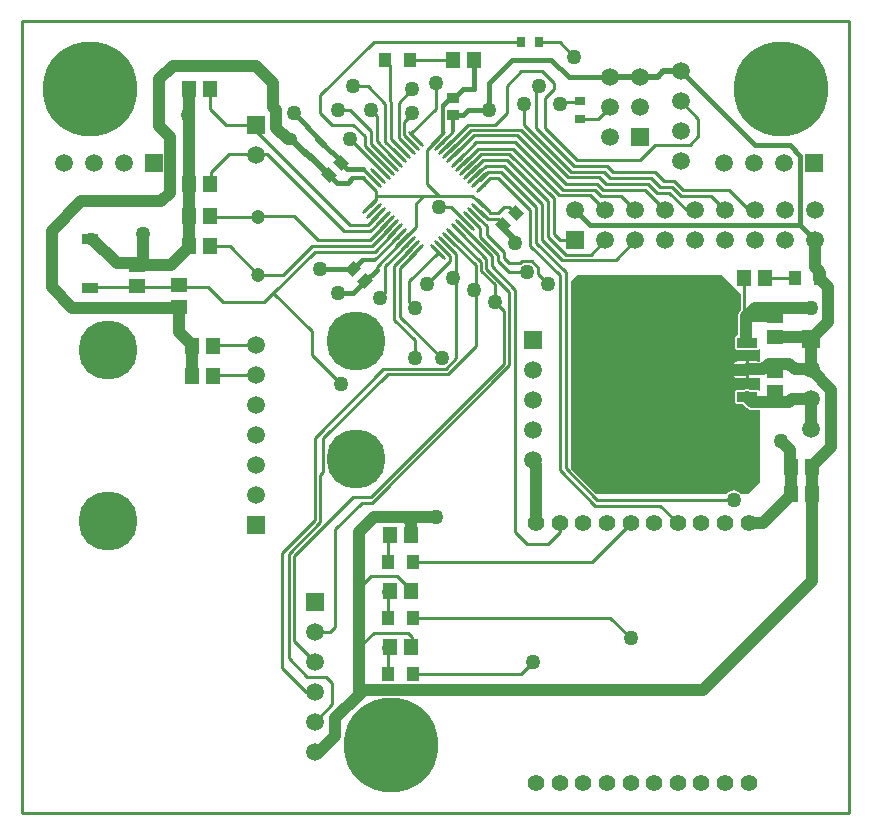
<source format=gtl>
G04*
G04 #@! TF.GenerationSoftware,Altium Limited,Altium Designer,19.1.8 (144)*
G04*
G04 Layer_Physical_Order=1*
G04 Layer_Color=255*
%FSLAX25Y25*%
%MOIN*%
G70*
G01*
G75*
%ADD13C,0.01000*%
%ADD14C,0.00394*%
%ADD15R,0.03543X0.02756*%
%ADD16R,0.02756X0.03543*%
G04:AMPARAMS|DCode=17|XSize=11.81mil|YSize=70.87mil|CornerRadius=0mil|HoleSize=0mil|Usage=FLASHONLY|Rotation=135.000|XOffset=0mil|YOffset=0mil|HoleType=Round|Shape=Round|*
%AMOVALD17*
21,1,0.05906,0.01181,0.00000,0.00000,225.0*
1,1,0.01181,0.02088,0.02088*
1,1,0.01181,-0.02088,-0.02088*
%
%ADD17OVALD17*%

G04:AMPARAMS|DCode=18|XSize=11.81mil|YSize=70.87mil|CornerRadius=0mil|HoleSize=0mil|Usage=FLASHONLY|Rotation=45.000|XOffset=0mil|YOffset=0mil|HoleType=Round|Shape=Round|*
%AMOVALD18*
21,1,0.05906,0.01181,0.00000,0.00000,135.0*
1,1,0.01181,0.02088,-0.02088*
1,1,0.01181,-0.02088,0.02088*
%
%ADD18OVALD18*%

%ADD19R,0.05512X0.03740*%
%ADD20R,0.04724X0.05512*%
G04:AMPARAMS|DCode=21|XSize=41.34mil|YSize=37.4mil|CornerRadius=0mil|HoleSize=0mil|Usage=FLASHONLY|Rotation=315.000|XOffset=0mil|YOffset=0mil|HoleType=Round|Shape=Rectangle|*
%AMROTATEDRECTD21*
4,1,4,-0.02784,0.00139,-0.00139,0.02784,0.02784,-0.00139,0.00139,-0.02784,-0.02784,0.00139,0.0*
%
%ADD21ROTATEDRECTD21*%

G04:AMPARAMS|DCode=22|XSize=41.34mil|YSize=21.65mil|CornerRadius=0mil|HoleSize=0mil|Usage=FLASHONLY|Rotation=315.000|XOffset=0mil|YOffset=0mil|HoleType=Round|Shape=Rectangle|*
%AMROTATEDRECTD22*
4,1,4,-0.02227,0.00696,-0.00696,0.02227,0.02227,-0.00696,0.00696,-0.02227,-0.02227,0.00696,0.0*
%
%ADD22ROTATEDRECTD22*%

G04:AMPARAMS|DCode=23|XSize=41.34mil|YSize=37.4mil|CornerRadius=0mil|HoleSize=0mil|Usage=FLASHONLY|Rotation=225.000|XOffset=0mil|YOffset=0mil|HoleType=Round|Shape=Rectangle|*
%AMROTATEDRECTD23*
4,1,4,0.00139,0.02784,0.02784,0.00139,-0.00139,-0.02784,-0.02784,-0.00139,0.00139,0.02784,0.0*
%
%ADD23ROTATEDRECTD23*%

%ADD24R,0.04134X0.03740*%
%ADD25R,0.05512X0.04724*%
%ADD26R,0.04331X0.04724*%
G04:AMPARAMS|DCode=27|XSize=125.98mil|YSize=68.9mil|CornerRadius=2.07mil|HoleSize=0mil|Usage=FLASHONLY|Rotation=270.000|XOffset=0mil|YOffset=0mil|HoleType=Round|Shape=RoundedRectangle|*
%AMROUNDEDRECTD27*
21,1,0.12598,0.06476,0,0,270.0*
21,1,0.12185,0.06890,0,0,270.0*
1,1,0.00413,-0.03238,-0.06093*
1,1,0.00413,-0.03238,0.06093*
1,1,0.00413,0.03238,0.06093*
1,1,0.00413,0.03238,-0.06093*
%
%ADD27ROUNDEDRECTD27*%
G04:AMPARAMS|DCode=28|XSize=35.43mil|YSize=68.9mil|CornerRadius=1.95mil|HoleSize=0mil|Usage=FLASHONLY|Rotation=270.000|XOffset=0mil|YOffset=0mil|HoleType=Round|Shape=RoundedRectangle|*
%AMROUNDEDRECTD28*
21,1,0.03543,0.06500,0,0,270.0*
21,1,0.03154,0.06890,0,0,270.0*
1,1,0.00390,-0.03250,-0.01577*
1,1,0.00390,-0.03250,0.01577*
1,1,0.00390,0.03250,0.01577*
1,1,0.00390,0.03250,-0.01577*
%
%ADD28ROUNDEDRECTD28*%
%ADD51C,0.03937*%
%ADD52C,0.11811*%
%ADD53C,0.01968*%
%ADD54C,0.01575*%
%ADD55C,0.01181*%
%ADD56C,0.05906*%
%ADD57R,0.05906X0.05906*%
%ADD58R,0.05906X0.05906*%
%ADD59C,0.05512*%
%ADD60C,0.31496*%
%ADD61C,0.04724*%
%ADD62C,0.19685*%
%ADD63C,0.05000*%
G36*
X236605Y174813D02*
Y174794D01*
X236624D01*
X238445Y172972D01*
Y167283D01*
X238437Y167272D01*
X238326Y167186D01*
X237914Y166650D01*
X237655Y166025D01*
X237567Y165354D01*
Y159080D01*
X237400D01*
X237089Y159018D01*
X236826Y158843D01*
X236651Y158580D01*
X236589Y158270D01*
Y155116D01*
X236651Y154806D01*
X236826Y154543D01*
X237089Y154367D01*
X237400Y154306D01*
X243900D01*
X244210Y154367D01*
X244473Y154543D01*
X244579Y154702D01*
X245079Y154602D01*
Y150432D01*
X244579Y150198D01*
X244366Y150340D01*
X243900Y150433D01*
X241150D01*
Y147638D01*
Y144843D01*
X243900D01*
X244366Y144936D01*
X244579Y145078D01*
X245079Y144843D01*
Y140674D01*
X244579Y140574D01*
X244473Y140733D01*
X244210Y140908D01*
X243900Y140970D01*
X241598D01*
X241320Y141085D01*
X240650Y141173D01*
X239979Y141085D01*
X239701Y140970D01*
X237400D01*
X237089Y140908D01*
X236826Y140733D01*
X236651Y140470D01*
X236589Y140159D01*
Y137006D01*
X236651Y136696D01*
X236826Y136433D01*
X237089Y136257D01*
X237400Y136196D01*
X239373D01*
X240589Y134979D01*
X241126Y134567D01*
X241751Y134309D01*
X242421Y134220D01*
X245079D01*
X245079Y110236D01*
X241142Y106299D01*
X238617D01*
X238431Y106542D01*
X237784Y107039D01*
X237030Y107351D01*
X236221Y107457D01*
X235411Y107351D01*
X234657Y107039D01*
X234010Y106542D01*
X233823Y106299D01*
X190138Y106299D01*
X182087Y114350D01*
X182087Y177165D01*
X184055Y179134D01*
X232283Y179134D01*
X236605Y174813D01*
D02*
G37*
%LPC*%
G36*
X219282Y154961D02*
X216543D01*
Y148138D01*
X220512D01*
Y153730D01*
X220418Y154201D01*
X220151Y154600D01*
X219752Y154867D01*
X219282Y154961D01*
D02*
G37*
G36*
X215543D02*
X212805D01*
X212334Y154867D01*
X211935Y154600D01*
X211668Y154201D01*
X211575Y153730D01*
Y148138D01*
X215543D01*
Y154961D01*
D02*
G37*
G36*
X240150Y150433D02*
X237400D01*
X236933Y150340D01*
X236538Y150076D01*
X236274Y149681D01*
X236181Y149215D01*
Y148138D01*
X240150D01*
Y150433D01*
D02*
G37*
G36*
Y147138D02*
X236181D01*
Y146061D01*
X236274Y145595D01*
X236538Y145200D01*
X236933Y144936D01*
X237400Y144843D01*
X240150D01*
Y147138D01*
D02*
G37*
G36*
X220512Y147138D02*
X216543D01*
Y140315D01*
X219282D01*
X219752Y140409D01*
X220151Y140675D01*
X220418Y141074D01*
X220512Y141545D01*
Y147138D01*
D02*
G37*
G36*
X215543D02*
X211575D01*
Y141545D01*
X211668Y141074D01*
X211935Y140675D01*
X212334Y140409D01*
X212805Y140315D01*
X215543D01*
Y147138D01*
D02*
G37*
%LPD*%
D13*
X178150Y256890D02*
X183071Y251969D01*
X171260Y256890D02*
X178150D01*
X165354Y256890D02*
X165354Y256890D01*
X116142Y256890D02*
X165354D01*
X190945Y231299D02*
X194882Y235236D01*
X185039Y231299D02*
X190945D01*
X178150Y236221D02*
X178642Y236713D01*
X184547D01*
X185039Y237205D01*
X172244Y247047D02*
X176181Y243110D01*
Y241142D02*
Y243110D01*
X173228Y238189D02*
X176181Y241142D01*
X173228Y228346D02*
Y238189D01*
X165354Y247047D02*
X172244D01*
X173228Y228346D02*
X184055Y217520D01*
X170276Y241142D02*
X171260Y242126D01*
X170276Y228346D02*
Y241142D01*
Y228346D02*
X183071Y215551D01*
X264764Y177953D02*
X264961D01*
X159399Y194932D02*
Y195816D01*
X153902Y192555D02*
X159449Y187008D01*
Y185039D02*
Y187008D01*
Y185039D02*
X161417Y183071D01*
X164945D01*
X165593Y183718D01*
X150005Y199306D02*
X153902Y195409D01*
Y192555D02*
Y195409D01*
X165593Y183718D02*
X168814D01*
X145829Y195130D02*
X155512Y185447D01*
X144437Y193738D02*
X153724Y184451D01*
X143045Y192346D02*
X151937Y183454D01*
X155512Y182087D02*
Y185447D01*
X153724Y181346D02*
Y184451D01*
X151937Y180606D02*
Y183454D01*
X150150Y155591D02*
Y182458D01*
X141653Y190954D02*
X150150Y182458D01*
X157550Y183985D02*
Y185954D01*
X151575Y191929D02*
X157550Y185954D01*
X151575Y191929D02*
Y194952D01*
X148613Y197914D02*
X151575Y194952D01*
X170923Y179471D02*
X174213Y176181D01*
X170923Y179471D02*
Y181609D01*
X168814Y183718D02*
X170923Y181609D01*
X161417Y180118D02*
X167323D01*
X157550Y183985D02*
X161417Y180118D01*
X137795Y201771D02*
X141972D01*
X147221Y196522D01*
X137795Y205709D02*
X149042D01*
X137795Y205709D02*
X137795Y205709D01*
X149042D02*
X152661Y202090D01*
X143701Y151405D02*
Y186123D01*
X140261Y189562D02*
X143701Y186123D01*
X133858Y176181D02*
X141443Y183766D01*
Y185547D01*
X138869Y188121D02*
X141443Y185547D01*
X151937Y180606D02*
X156496Y176047D01*
Y170276D02*
Y176047D01*
X140933Y146375D02*
X150150Y155591D01*
X140271Y147975D02*
X143701Y151405D01*
X138869Y188121D02*
Y188170D01*
X153724Y181346D02*
X161417Y173653D01*
Y149312D02*
Y173653D01*
X155512Y182087D02*
X163386Y174213D01*
X165354Y46260D02*
X169291Y50197D01*
X129134Y46260D02*
X165354D01*
X194882Y64961D02*
X201772Y58071D01*
X129134Y64961D02*
X194882D01*
X178150Y93504D02*
Y96457D01*
X174213Y89567D02*
X178150Y93504D01*
X167323Y89567D02*
X174213D01*
X163386Y93504D02*
X167323Y89567D01*
X163386Y93504D02*
Y174213D01*
X115452Y103347D02*
X161417Y149312D01*
X112205Y103347D02*
X115452D01*
X103347Y94488D02*
X112205Y103347D01*
X159449Y149606D02*
Y167323D01*
X115157Y105315D02*
X159449Y149606D01*
X109386Y105315D02*
X115157D01*
X89567Y85496D02*
X109386Y105315D01*
X99294Y113420D02*
Y124884D01*
X98425Y112552D02*
X99294Y113420D01*
Y124884D02*
X120784Y146375D01*
X98425Y96882D02*
Y112552D01*
X87779Y86236D02*
X98425Y96882D01*
X120784Y146375D02*
X140933D01*
X85630Y86614D02*
X96457Y97441D01*
Y125000D01*
X119431Y147975D02*
X140271D01*
X96457Y125000D02*
X119431Y147975D01*
X125000Y165354D02*
X138779Y151575D01*
X125000Y165354D02*
Y181490D01*
X95472Y152559D02*
X105315Y142717D01*
X95472Y152559D02*
Y160433D01*
X132874Y205709D02*
X137795D01*
X117016D02*
X132874D01*
X130258Y203093D02*
X132874Y205709D01*
X130258Y195149D02*
Y203093D01*
X126063Y190954D02*
X130258Y195149D01*
X117016Y205709D02*
Y207240D01*
Y204177D02*
Y205709D01*
X133858Y209646D02*
X137795Y205709D01*
X133858Y209646D02*
Y221020D01*
X137477Y224639D01*
X50787Y168307D02*
X51181Y168701D01*
X141634Y238091D02*
X142717D01*
X116381Y184055D02*
X124671Y192346D01*
X74803Y229331D02*
X108268Y195866D01*
X66929Y229331D02*
X74803D01*
X61614Y234646D02*
X66929Y229331D01*
X67913Y219488D02*
X80709D01*
X106299Y193898D01*
X62008Y213583D02*
X67913Y219488D01*
X151397Y200698D02*
X151446D01*
X151348D02*
X151397D01*
X123031Y164370D02*
X129921Y157480D01*
Y151575D02*
Y157480D01*
X37402Y175197D02*
X61024D01*
X37008D02*
X37402D01*
X82677Y173228D02*
X96457Y187008D01*
X79724Y170276D02*
X82677Y173228D01*
X98425Y239173D02*
X116142Y256890D01*
X174213Y191929D02*
X180118Y186024D01*
X184055Y217520D02*
X204891D01*
X183071Y215551D02*
X193898D01*
X182087Y213583D02*
X192913D01*
X166339Y229331D02*
X182087Y213583D01*
X166339Y229331D02*
Y236221D01*
X180921Y211795D02*
X191386D01*
X165173Y227543D02*
X180921Y211795D01*
X148733Y227543D02*
X165173D01*
X180118Y209646D02*
X190764D01*
X164008Y225756D02*
X180118Y209646D01*
X149730Y225756D02*
X164008D01*
X179114Y207697D02*
X189941D01*
X163386Y223425D02*
X179114Y207697D01*
X150183Y223425D02*
X163386D01*
X177949Y205909D02*
X188303D01*
X162583Y221276D02*
X177949Y205909D01*
X150817Y221276D02*
X162583D01*
X234433Y207496D02*
X241142Y200787D01*
X219244Y207496D02*
X234433D01*
X218504Y237047D02*
X224410Y231142D01*
Y225394D02*
Y231142D01*
X221457Y222441D02*
X224410Y225394D01*
X209813Y222441D02*
X221457D01*
X204891Y217520D02*
X209813Y222441D01*
X209827Y213402D02*
X212779Y210449D01*
X196047Y213402D02*
X209827D01*
X193898Y215551D02*
X196047Y213402D01*
X216291Y210449D02*
X219244Y207496D01*
X212779Y210449D02*
X216291D01*
X215551Y208661D02*
X218504Y205709D01*
X211614Y208661D02*
X215551D01*
X208661Y211614D02*
X211614Y208661D01*
X194882Y211614D02*
X208661D01*
X214567Y206693D02*
X220472Y200787D01*
X210630Y206693D02*
X214567D01*
X207677Y209646D02*
X210630Y206693D01*
X193535Y209646D02*
X207677D01*
X198504Y205709D02*
X203425Y200787D01*
X191929Y205709D02*
X198504D01*
X189941Y207697D02*
X191929Y205709D01*
X206536Y207677D02*
X213425Y200787D01*
X192732Y207677D02*
X206536D01*
X190764Y209646D02*
X192732Y207677D01*
X191386Y211795D02*
X193535Y209646D01*
X220472Y200787D02*
X223425D01*
X241142D02*
X243425D01*
X218504Y205709D02*
X228504D01*
X233425Y200787D01*
X215845Y98132D02*
X217520D01*
X168307Y188976D02*
X178150Y179134D01*
Y114173D02*
Y179134D01*
Y114173D02*
X189961Y102362D01*
X190520Y104331D02*
X236221D01*
X180118Y114733D02*
X190520Y104331D01*
X180118Y114733D02*
Y180118D01*
X168307Y188976D02*
Y200787D01*
X127953Y177165D02*
X137477Y186690D01*
X127953Y170276D02*
Y177165D01*
Y170276D02*
X129921Y168307D01*
X123031Y164370D02*
Y182354D01*
X137477Y186690D02*
Y186778D01*
X125000Y181490D02*
X130239Y186729D01*
X123031Y182354D02*
X128847Y188170D01*
X120079Y182185D02*
X127455Y189562D01*
X120079Y173228D02*
Y182185D01*
X118294Y171444D02*
X120079Y173228D01*
X156496Y170276D02*
X159449Y167323D01*
X154309Y197835D02*
X157480D01*
X151446Y200698D02*
X154309Y197835D01*
X154877Y200002D02*
X157679D01*
X152789Y202090D02*
X154877Y200002D01*
X170276Y189961D02*
X180118Y180118D01*
X170276Y189961D02*
Y201772D01*
X172244Y190945D02*
Y202756D01*
Y190945D02*
X178953Y184236D01*
X180118Y186024D02*
X188662D01*
X174213Y191929D02*
Y203740D01*
X176181Y192913D02*
Y204724D01*
Y192913D02*
X178307Y190787D01*
X183425D01*
X178953Y184236D02*
X196874D01*
X192913Y213583D02*
X194882Y211614D01*
X188303Y205909D02*
X193425Y200787D01*
X158465Y213583D02*
X170276Y201772D01*
X157679Y211416D02*
X168307Y200787D01*
X159449Y215551D02*
X172244Y202756D01*
X160433Y217520D02*
X174213Y203740D01*
X178150Y96457D02*
Y97441D01*
X160433Y242126D02*
X165354Y247047D01*
X160433Y233268D02*
Y242126D01*
X156496Y229331D02*
X160433Y233268D01*
X152661Y202090D02*
X152789D01*
X196874Y184236D02*
X203425Y190787D01*
X188662Y186024D02*
X193425Y190787D01*
X161417Y219488D02*
X176181Y204724D01*
X145829Y216287D02*
X150817Y221276D01*
X152629Y217520D02*
X160433D01*
X151814Y219488D02*
X161417D01*
X153493Y215551D02*
X159449D01*
X154309Y213583D02*
X158465D01*
X154877Y211416D02*
X157679D01*
X129134Y83661D02*
X129134Y83661D01*
X188976D01*
X201772Y96457D01*
X129134Y64961D02*
X129134Y64961D01*
X96457Y20197D02*
X96906Y20646D01*
X103347Y62008D02*
Y94488D01*
X89567Y57087D02*
Y85496D01*
X87779Y51402D02*
Y86236D01*
X85630Y48228D02*
Y86614D01*
X262402Y115157D02*
Y115551D01*
X255315Y105905D02*
Y106299D01*
X239567Y165945D02*
X240158Y165354D01*
X239567Y165945D02*
Y178150D01*
X211614Y102362D02*
X215845Y98132D01*
X189961Y102362D02*
X211614D01*
X141653Y220463D02*
X148733Y227543D01*
X143045Y219071D02*
X149730Y225756D01*
X147737Y229331D02*
X156496D01*
X117126Y182017D02*
X126063Y190954D01*
X117126Y181003D02*
Y182017D01*
X130239Y186729D02*
Y186778D01*
X128150Y250984D02*
X142520D01*
X119882D02*
X121547Y249319D01*
Y237280D02*
Y249319D01*
Y237280D02*
X121866Y236961D01*
Y224660D02*
Y236961D01*
Y224660D02*
X126063Y220463D01*
X128564Y226433D02*
X136811Y234680D01*
Y243110D01*
X128937Y232938D02*
Y233268D01*
X126273Y230275D02*
X128937Y232938D01*
X126273Y225870D02*
Y230275D01*
Y225870D02*
X128847Y223296D01*
X124486Y236691D02*
X128937Y241142D01*
X124486Y224874D02*
Y236691D01*
Y224874D02*
X127455Y221904D01*
Y221855D02*
Y221904D01*
X128847Y223247D02*
Y223296D01*
X128564Y226314D02*
Y226433D01*
Y226314D02*
X130239Y224639D01*
X137477D02*
X139362Y226524D01*
X142717Y238091D02*
X142913D01*
X138869Y223247D02*
X142717Y227094D01*
X152789Y209328D02*
X154877Y211416D01*
X151446Y210720D02*
X154309Y213583D01*
X151397Y210720D02*
X151446D01*
X150054Y212112D02*
X153493Y215551D01*
X150005Y212112D02*
X150054D01*
X148613Y213504D02*
X152629Y217520D01*
X147221Y214896D02*
X151814Y219488D01*
X98425Y181102D02*
X98475Y181152D01*
X82677Y173228D02*
X95472Y160433D01*
X82677Y173228D02*
X82677D01*
X96457Y187008D02*
X116549D01*
X65945Y170276D02*
X79724D01*
X93882Y219110D02*
X94110D01*
X89567Y233054D02*
Y233268D01*
X98704Y223704D02*
Y223917D01*
X144437Y217679D02*
X150183Y223425D01*
X101535Y60197D02*
X103347Y62008D01*
X96457Y60197D02*
X101535D01*
X55512Y155512D02*
Y155905D01*
X61024Y175197D02*
X65945Y170276D01*
X217520Y96457D02*
Y98132D01*
X116142Y60039D02*
X127473D01*
X111221Y55118D02*
X116142Y60039D01*
X127473D02*
X128937Y58576D01*
Y55512D02*
Y58576D01*
X128543Y55118D02*
X128937Y55512D01*
X111221Y74803D02*
X115157Y78740D01*
X124016D01*
X128543Y74212D01*
Y73819D02*
Y74212D01*
X120866Y91929D02*
X121457Y92520D01*
X120866Y83661D02*
Y91929D01*
X121063Y65157D02*
Y73425D01*
Y46457D02*
Y54724D01*
X240158Y165354D02*
X240354Y165551D01*
X256693Y178150D02*
X256693Y178150D01*
X246654Y178150D02*
X256693D01*
X240158Y157185D02*
X240650Y156693D01*
Y147638D02*
X240807Y147795D01*
X104331Y234252D02*
X108268D01*
X94110Y219110D02*
X94667D01*
X112840Y211416D02*
X114928Y209328D01*
X105315Y216535D02*
Y217092D01*
X112472Y214567D02*
X116320Y210720D01*
X114173Y242126D02*
X120079Y236221D01*
Y223664D02*
Y236221D01*
Y223664D02*
X124671Y219071D01*
X109252Y242126D02*
X114173D01*
X117126Y223833D02*
Y232283D01*
X115157Y234252D02*
X117126Y232283D01*
X109252Y229331D02*
X113189Y225394D01*
Y222202D02*
Y225394D01*
Y222202D02*
X120496Y214896D01*
X102362Y229331D02*
X109252D01*
X115157Y223018D02*
Y227362D01*
X108268Y234252D02*
X115157Y227362D01*
Y223018D02*
X121888Y216287D01*
X117126Y223833D02*
X123280Y217679D01*
X98425Y233268D02*
Y239173D01*
Y233268D02*
X102362Y229331D01*
X108198Y224410D02*
X119104Y213504D01*
X108268Y195866D02*
X114223D01*
X106299Y193898D02*
X115087D01*
X140261Y221855D02*
X147737Y229331D01*
X109202Y181152D02*
X109302D01*
X116549Y187008D02*
X123280Y193738D01*
X115734Y188976D02*
X121888Y195130D01*
X95473Y188976D02*
X115734D01*
X85866Y179370D02*
X95473Y188976D01*
X87779Y51402D02*
X93906Y45276D01*
X93661Y40197D02*
X96457D01*
X85630Y48228D02*
X93661Y40197D01*
X93906Y45276D02*
X100394D01*
X102362Y43307D01*
Y36102D02*
Y43307D01*
X96457Y30197D02*
X102362Y36102D01*
X89567Y57087D02*
X96457Y50197D01*
X62598Y145669D02*
X62756Y145827D01*
X76772D01*
X62913Y155827D02*
X76772D01*
X62598Y155512D02*
X62913Y155827D01*
X21949Y175197D02*
X37008D01*
X37402Y175591D01*
X37008Y175197D02*
X37008Y175197D01*
X21654Y174902D02*
X21949Y175197D01*
X115087Y193898D02*
X119104Y197914D01*
X114919Y190945D02*
X120496Y196522D01*
X97441Y190945D02*
X114919D01*
X89634Y198752D02*
X97441Y190945D01*
X77925Y198752D02*
X89634D01*
X61614Y188976D02*
X68150D01*
X77756Y179370D01*
X85866D01*
X61850Y198583D02*
X77756D01*
X61614Y198819D02*
X61850Y198583D01*
X77756D02*
X77925Y198752D01*
X62008Y210039D02*
Y213583D01*
X61614Y209646D02*
X62008Y210039D01*
X61614Y234646D02*
Y241142D01*
X114223Y195866D02*
X117663Y199306D01*
X117712D01*
X114928Y209328D02*
X117016Y207240D01*
X114928Y202090D02*
X117016Y204177D01*
X161417Y201772D02*
X163336Y199853D01*
X163436D01*
X159449Y201772D02*
X161417D01*
X157679Y200002D02*
X159449Y201772D01*
X157480Y197835D02*
X159399Y195916D01*
Y195816D02*
Y195916D01*
X-984Y0D02*
X0D01*
X-984Y263779D02*
X-984Y0D01*
X-984Y263779D02*
X274606D01*
Y0D02*
Y263779D01*
X0Y0D02*
X274606D01*
D14*
X234846Y145489D02*
Y148113D01*
X234322Y148638D01*
X233272D01*
X232747Y148113D01*
Y145489D01*
X231698Y146014D02*
X231173Y145489D01*
X230124D01*
X229599Y146014D01*
Y146539D01*
X230124Y147064D01*
X230648D01*
X230124D01*
X229599Y147588D01*
Y148113D01*
X230124Y148638D01*
X231173D01*
X231698Y148113D01*
D15*
X185039Y231299D02*
D03*
Y237205D02*
D03*
D16*
X165354Y256890D02*
D03*
X171260D02*
D03*
D17*
X114928Y202090D02*
D03*
X116320Y200698D02*
D03*
X117712Y199306D02*
D03*
X119104Y197914D02*
D03*
X120496Y196522D02*
D03*
X121888Y195130D02*
D03*
X123280Y193738D02*
D03*
X124671Y192346D02*
D03*
X126063Y190954D02*
D03*
X127455Y189562D02*
D03*
X128847Y188170D02*
D03*
X130239Y186778D02*
D03*
X152789Y209328D02*
D03*
X151397Y210720D02*
D03*
X150005Y212112D02*
D03*
X148613Y213504D02*
D03*
X147221Y214896D02*
D03*
X145829Y216287D02*
D03*
X144437Y217679D02*
D03*
X143045Y219071D02*
D03*
X141653Y220463D02*
D03*
X140261Y221855D02*
D03*
X138869Y223247D02*
D03*
X137477Y224639D02*
D03*
D18*
Y186778D02*
D03*
X138869Y188170D02*
D03*
X140261Y189562D02*
D03*
X141653Y190954D02*
D03*
X143045Y192346D02*
D03*
X144437Y193738D02*
D03*
X145829Y195130D02*
D03*
X147221Y196522D02*
D03*
X148613Y197914D02*
D03*
X150005Y199306D02*
D03*
X151397Y200698D02*
D03*
X152789Y202090D02*
D03*
X130239Y224639D02*
D03*
X128847Y223247D02*
D03*
X127455Y221855D02*
D03*
X126063Y220463D02*
D03*
X124671Y219071D02*
D03*
X123280Y217679D02*
D03*
X121888Y216287D02*
D03*
X120496Y214896D02*
D03*
X119104Y213504D02*
D03*
X117712Y212112D02*
D03*
X116320Y210720D02*
D03*
X114928Y209328D02*
D03*
D19*
X21654Y191240D02*
D03*
Y174902D02*
D03*
D20*
X55512Y155512D02*
D03*
X62598D02*
D03*
X55512Y145669D02*
D03*
X62598D02*
D03*
X61614Y241142D02*
D03*
X54528D02*
D03*
X61614Y209646D02*
D03*
X54528D02*
D03*
X54528Y198819D02*
D03*
X61614D02*
D03*
X54528Y188976D02*
D03*
X61614D02*
D03*
X142520Y250984D02*
D03*
X149606D02*
D03*
X246654Y178150D02*
D03*
X239567D02*
D03*
X262402Y115157D02*
D03*
X255315D02*
D03*
X262402Y106299D02*
D03*
X255315D02*
D03*
X128543Y92520D02*
D03*
X121457D02*
D03*
X128543Y73819D02*
D03*
X121457D02*
D03*
X128543Y55118D02*
D03*
X121457D02*
D03*
D21*
X163436Y199853D02*
D03*
X159399Y195816D02*
D03*
X101278Y212499D02*
D03*
X105315Y216535D02*
D03*
D22*
X98704Y223704D02*
D03*
X94110Y219110D02*
D03*
D23*
X113239Y177116D02*
D03*
X109202Y181152D02*
D03*
D24*
X142717Y238091D02*
D03*
Y232382D02*
D03*
D25*
X250000Y147244D02*
D03*
Y140157D02*
D03*
X250000Y158465D02*
D03*
Y165551D02*
D03*
X51181Y175787D02*
D03*
Y168701D02*
D03*
X37402Y182677D02*
D03*
Y175591D02*
D03*
D26*
X128150Y250984D02*
D03*
X119882D02*
D03*
X256693Y178150D02*
D03*
X264961D02*
D03*
X129134Y83661D02*
D03*
X120866D02*
D03*
X129134Y64961D02*
D03*
X120866D02*
D03*
X129134Y46260D02*
D03*
X120866D02*
D03*
D27*
X216043Y147638D02*
D03*
D28*
X240650Y156693D02*
D03*
Y147638D02*
D03*
Y138583D02*
D03*
D51*
X250000Y158465D02*
X261811D01*
X247869Y149606D02*
X254749D01*
X246058Y147795D02*
X247869Y149606D01*
X240650Y147795D02*
X240807D01*
X261811D02*
Y157795D01*
X263425Y181929D02*
X264764Y180591D01*
Y178347D02*
Y180591D01*
Y178347D02*
X264961Y178150D01*
X263425Y181929D02*
Y190787D01*
X39370Y183661D02*
X40354Y182677D01*
X39370Y183661D02*
Y192913D01*
X112805Y40954D02*
X225994D01*
X111221Y39370D02*
X112805Y40954D01*
X262402Y106299D02*
Y115157D01*
Y77362D02*
Y106299D01*
X225994Y40954D02*
X262402Y77362D01*
X243110Y168307D02*
X261811D01*
X54478Y209695D02*
Y232530D01*
X169291Y116948D02*
Y117480D01*
Y116948D02*
X170276Y115963D01*
Y96457D02*
Y115963D01*
X126969Y98425D02*
X136811D01*
X136811Y98425D01*
X103347Y31496D02*
X111221Y39370D01*
X103347Y25591D02*
Y31496D01*
X98402Y20646D02*
X103347Y25591D01*
X111221Y39370D02*
Y55118D01*
X96906Y20646D02*
X98402D01*
X116142Y98425D02*
X126969D01*
X111221Y93504D02*
X116142Y98425D01*
X251969Y123728D02*
Y124016D01*
Y123728D02*
X254921Y120775D01*
Y115551D02*
Y120775D01*
Y115551D02*
X255315Y115157D01*
X48228Y206693D02*
Y210138D01*
X45276Y203740D02*
X48228Y206693D01*
Y210138D02*
X48356Y210265D01*
X44706Y228917D02*
X48356Y225266D01*
Y210265D02*
Y225266D01*
X82677Y235066D02*
Y243110D01*
X76772Y249016D02*
X82677Y243110D01*
X49213Y249016D02*
X76772D01*
X87598Y224410D02*
X88583D01*
X83661Y228346D02*
X87598Y224410D01*
X83661Y228346D02*
Y234082D01*
X82677Y235066D02*
X83661Y234082D01*
X15748Y168307D02*
X50787D01*
X8858Y175197D02*
X15748Y168307D01*
X8858Y175197D02*
Y193898D01*
X18701Y203740D01*
X45276D01*
X44706Y228917D02*
Y244509D01*
X49213Y249016D01*
X264961Y177953D02*
X267717Y175197D01*
Y163701D02*
Y175197D01*
X261811Y157795D02*
X267717Y163701D01*
X242421Y136811D02*
X254724D01*
X240650Y138583D02*
X242421Y136811D01*
X256560Y147795D02*
X261811D01*
X254749Y149606D02*
X256560Y147795D01*
X240807D02*
X246058D01*
X254724Y136811D02*
X255709Y137795D01*
X216043Y147638D02*
X240650D01*
X262402Y115551D02*
X268701Y121850D01*
Y140905D01*
X261811Y147795D02*
X268701Y140905D01*
X255315Y106299D02*
Y115157D01*
X241142Y96457D02*
X245866D01*
X255315Y105905D01*
X240354Y165551D02*
X243110Y168307D01*
X51181Y160236D02*
Y168701D01*
Y160236D02*
X55512Y155905D01*
X264764Y177953D02*
X264961Y178150D01*
X54429Y232579D02*
X54478Y232628D01*
Y241092D01*
X54528Y241142D01*
X111221Y55118D02*
Y74803D01*
Y93504D01*
X126969Y98425D02*
X128543Y96850D01*
Y92520D02*
Y96850D01*
X121063Y73425D02*
X121457Y73819D01*
X120866Y64961D02*
X121063Y65157D01*
Y54724D02*
X121457Y55118D01*
X120866Y46260D02*
X121063Y46457D01*
X54528Y198819D02*
Y209646D01*
Y188976D02*
Y198819D01*
Y188583D02*
Y188976D01*
X54528Y209646D02*
X54528Y209646D01*
X40354Y182677D02*
X48622D01*
X54528Y188583D01*
X37008Y183071D02*
X37402Y182677D01*
X30512Y183071D02*
X37008D01*
X22343Y191240D02*
X30512Y183071D01*
X21654Y191240D02*
X22343D01*
X55512Y145669D02*
Y155512D01*
X240158Y157185D02*
Y165354D01*
X240354Y165551D02*
X250000D01*
X255709Y137795D02*
X261811D01*
Y127795D02*
Y137795D01*
D52*
X215551Y134843D02*
Y159449D01*
D53*
X163386Y189961D02*
Y190945D01*
X159399Y194932D02*
X163386Y190945D01*
X210787Y245236D02*
X212598Y247047D01*
X218504D01*
X204882Y245236D02*
X210787D01*
X194882D02*
X204882D01*
X37402Y182677D02*
Y184055D01*
X54429Y232579D02*
X54478Y232530D01*
Y209695D02*
X54528Y209646D01*
X37402Y184055D02*
X37402Y184055D01*
X88583Y224410D02*
X93882Y219110D01*
X94667D02*
X101278Y212499D01*
D54*
X243110Y222441D02*
X254921D01*
X218504Y247047D02*
X243110Y222441D01*
X254921D02*
X258425Y218937D01*
Y195787D02*
Y218937D01*
X181102Y245079D02*
X194724D01*
X194882Y245236D01*
X175197Y250984D02*
X181102Y245079D01*
X162402Y250984D02*
X175197D01*
X154528Y243110D02*
X162402Y250984D01*
X154528Y234252D02*
Y243110D01*
X183425Y200787D02*
X188425Y195787D01*
X258425D01*
X263425Y190787D01*
X149606Y241142D02*
Y250984D01*
X139362Y235819D02*
X141634Y238091D01*
X145768Y232382D02*
X147638Y234252D01*
X142717Y232382D02*
X145768D01*
X113239Y177116D02*
X117126Y181003D01*
X147638Y234252D02*
X154528D01*
X145965Y241142D02*
X149606D01*
X142913Y238091D02*
X145965Y241142D01*
X104331Y173228D02*
X109352D01*
X113239Y177116D01*
X98475Y181152D02*
X109202D01*
X89567Y233054D02*
X98704Y223917D01*
X101278Y212499D02*
X103800Y209977D01*
X107576D01*
X109015Y211416D01*
X98704Y223704D02*
X105315Y217092D01*
Y216535D02*
X107283Y214567D01*
X112472D01*
X109302Y181152D02*
X112205Y184055D01*
D55*
X139362Y226524D02*
Y235819D01*
X112205Y184055D02*
X116381D01*
X142717Y227094D02*
Y232382D01*
X109015Y211416D02*
X112840D01*
D56*
X232795Y216535D02*
D03*
X242795D02*
D03*
X252795D02*
D03*
X12835D02*
D03*
X22835D02*
D03*
X32835D02*
D03*
X76772Y219331D02*
D03*
X263425Y200787D02*
D03*
Y190787D02*
D03*
X253425Y200787D02*
D03*
Y190787D02*
D03*
X243425Y200787D02*
D03*
Y190787D02*
D03*
X233425Y200787D02*
D03*
Y190787D02*
D03*
X223425Y200787D02*
D03*
Y190787D02*
D03*
X213425Y200787D02*
D03*
Y190787D02*
D03*
X203425Y200787D02*
D03*
Y190787D02*
D03*
X193425Y200787D02*
D03*
Y190787D02*
D03*
X183425Y200787D02*
D03*
X218504Y217047D02*
D03*
Y227047D02*
D03*
Y237047D02*
D03*
Y247047D02*
D03*
X96457Y60197D02*
D03*
Y50197D02*
D03*
Y40197D02*
D03*
Y30197D02*
D03*
Y20197D02*
D03*
X76772Y155827D02*
D03*
Y145827D02*
D03*
Y135827D02*
D03*
Y125827D02*
D03*
Y105827D02*
D03*
Y115827D02*
D03*
X169291Y147480D02*
D03*
Y137480D02*
D03*
Y127480D02*
D03*
Y117480D02*
D03*
X194882Y245236D02*
D03*
X204882D02*
D03*
X194882Y235236D02*
D03*
X204882D02*
D03*
X194882Y225236D02*
D03*
X261811Y147795D02*
D03*
Y137795D02*
D03*
Y127795D02*
D03*
D57*
X262795Y216535D02*
D03*
X42835D02*
D03*
X183425Y190787D02*
D03*
D58*
X76772Y229331D02*
D03*
X96457Y70197D02*
D03*
X76772Y95827D02*
D03*
X169291Y157480D02*
D03*
X204882Y225236D02*
D03*
X261811Y157795D02*
D03*
D59*
X241142Y9843D02*
D03*
X233268D02*
D03*
X225394D02*
D03*
X217520D02*
D03*
X209646D02*
D03*
X201772D02*
D03*
X193898D02*
D03*
X186024D02*
D03*
X178150D02*
D03*
X170276D02*
D03*
Y96457D02*
D03*
X178150D02*
D03*
X186024D02*
D03*
X193898D02*
D03*
X201772D02*
D03*
X209646D02*
D03*
X217520D02*
D03*
X225394D02*
D03*
X233268D02*
D03*
X241142D02*
D03*
D60*
X122047Y22638D02*
D03*
X251969Y241142D02*
D03*
X21654D02*
D03*
D61*
X77756Y179370D02*
D03*
Y198583D02*
D03*
D62*
X27559Y154213D02*
D03*
Y97126D02*
D03*
X110236Y157323D02*
D03*
Y117953D02*
D03*
D63*
X178150Y236221D02*
D03*
X163386Y189961D02*
D03*
X183071Y251969D02*
D03*
X137795Y201771D02*
D03*
X39370Y192913D02*
D03*
X169291Y50197D02*
D03*
X201772Y58071D02*
D03*
X136811Y98425D02*
D03*
X105315Y142717D02*
D03*
X251969Y124016D02*
D03*
X129921Y151575D02*
D03*
X138779D02*
D03*
X174213Y176181D02*
D03*
X167323Y180118D02*
D03*
X149606Y174213D02*
D03*
X142717Y178150D02*
D03*
X133858Y176181D02*
D03*
X129921Y168307D02*
D03*
X156496Y170276D02*
D03*
X171260Y242126D02*
D03*
X166339Y236221D02*
D03*
X236221Y104331D02*
D03*
X261811Y168307D02*
D03*
X154528Y234252D02*
D03*
X136811Y243110D02*
D03*
X128937Y241142D02*
D03*
Y233268D02*
D03*
X104331Y173228D02*
D03*
X98425Y181102D02*
D03*
X89567Y233268D02*
D03*
X54429Y232579D02*
D03*
X104331Y234252D02*
D03*
X109252Y242126D02*
D03*
X115157Y234252D02*
D03*
X108198Y224410D02*
D03*
X118294Y171444D02*
D03*
M02*

</source>
